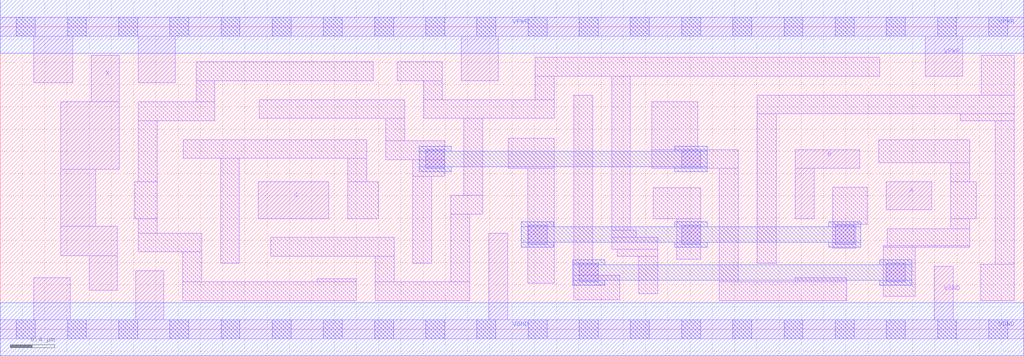
<source format=lef>
# Copyright 2020 The SkyWater PDK Authors
#
# Licensed under the Apache License, Version 2.0 (the "License");
# you may not use this file except in compliance with the License.
# You may obtain a copy of the License at
#
#     https://www.apache.org/licenses/LICENSE-2.0
#
# Unless required by applicable law or agreed to in writing, software
# distributed under the License is distributed on an "AS IS" BASIS,
# WITHOUT WARRANTIES OR CONDITIONS OF ANY KIND, either express or implied.
# See the License for the specific language governing permissions and
# limitations under the License.
#
# SPDX-License-Identifier: Apache-2.0

VERSION 5.7 ;
  NAMESCASESENSITIVE ON ;
  NOWIREEXTENSIONATPIN ON ;
  DIVIDERCHAR "/" ;
  BUSBITCHARS "[]" ;
UNITS
  DATABASE MICRONS 200 ;
END UNITS
MACRO sky130_fd_sc_hd__xor3_2
  CLASS CORE ;
  SOURCE USER ;
  FOREIGN sky130_fd_sc_hd__xor3_2 ;
  ORIGIN  0.000000  0.000000 ;
  SIZE  9.200000 BY  2.720000 ;
  SYMMETRY X Y R90 ;
  SITE unithd ;
  PIN A
    ANTENNAGATEAREA  0.246000 ;
    DIRECTION INPUT ;
    USE SIGNAL ;
    PORT
      LAYER li1 ;
        RECT 7.965000 1.075000 8.375000 1.325000 ;
    END
  END A
  PIN B
    ANTENNAGATEAREA  0.661500 ;
    DIRECTION INPUT ;
    USE SIGNAL ;
    PORT
      LAYER li1 ;
        RECT 7.145000 0.995000 7.315000 1.445000 ;
        RECT 7.145000 1.445000 7.725000 1.615000 ;
    END
  END B
  PIN C
    ANTENNAGATEAREA  0.381000 ;
    DIRECTION INPUT ;
    USE SIGNAL ;
    PORT
      LAYER li1 ;
        RECT 2.320000 0.995000 2.955000 1.325000 ;
    END
  END C
  PIN X
    ANTENNADIFFAREA  0.445500 ;
    DIRECTION OUTPUT ;
    USE SIGNAL ;
    PORT
      LAYER li1 ;
        RECT 0.545000 0.660000 1.050000 0.925000 ;
        RECT 0.545000 0.925000 0.860000 1.440000 ;
        RECT 0.545000 1.440000 1.070000 2.045000 ;
        RECT 0.800000 0.350000 1.050000 0.660000 ;
        RECT 0.820000 2.045000 1.070000 2.465000 ;
    END
  END X
  PIN VGND
    DIRECTION INOUT ;
    SHAPE ABUTMENT ;
    USE GROUND ;
    PORT
      LAYER li1 ;
        RECT 0.000000 -0.085000 9.200000 0.085000 ;
        RECT 0.300000  0.085000 0.630000 0.465000 ;
        RECT 1.220000  0.085000 1.470000 0.525000 ;
        RECT 4.390000  0.085000 4.560000 0.865000 ;
        RECT 8.395000  0.085000 8.565000 0.565000 ;
      LAYER mcon ;
        RECT 0.145000 -0.085000 0.315000 0.085000 ;
        RECT 0.605000 -0.085000 0.775000 0.085000 ;
        RECT 1.065000 -0.085000 1.235000 0.085000 ;
        RECT 1.525000 -0.085000 1.695000 0.085000 ;
        RECT 1.985000 -0.085000 2.155000 0.085000 ;
        RECT 2.445000 -0.085000 2.615000 0.085000 ;
        RECT 2.905000 -0.085000 3.075000 0.085000 ;
        RECT 3.365000 -0.085000 3.535000 0.085000 ;
        RECT 3.825000 -0.085000 3.995000 0.085000 ;
        RECT 4.285000 -0.085000 4.455000 0.085000 ;
        RECT 4.745000 -0.085000 4.915000 0.085000 ;
        RECT 5.205000 -0.085000 5.375000 0.085000 ;
        RECT 5.665000 -0.085000 5.835000 0.085000 ;
        RECT 6.125000 -0.085000 6.295000 0.085000 ;
        RECT 6.585000 -0.085000 6.755000 0.085000 ;
        RECT 7.045000 -0.085000 7.215000 0.085000 ;
        RECT 7.505000 -0.085000 7.675000 0.085000 ;
        RECT 7.965000 -0.085000 8.135000 0.085000 ;
        RECT 8.425000 -0.085000 8.595000 0.085000 ;
        RECT 8.885000 -0.085000 9.055000 0.085000 ;
      LAYER met1 ;
        RECT 0.000000 -0.240000 9.200000 0.240000 ;
    END
  END VGND
  PIN VPWR
    DIRECTION INOUT ;
    SHAPE ABUTMENT ;
    USE POWER ;
    PORT
      LAYER li1 ;
        RECT 0.000000 2.635000 9.200000 2.805000 ;
        RECT 0.300000 2.215000 0.650000 2.635000 ;
        RECT 1.240000 2.215000 1.575000 2.635000 ;
        RECT 4.145000 2.235000 4.475000 2.635000 ;
        RECT 8.315000 2.275000 8.650000 2.635000 ;
      LAYER mcon ;
        RECT 0.145000 2.635000 0.315000 2.805000 ;
        RECT 0.605000 2.635000 0.775000 2.805000 ;
        RECT 1.065000 2.635000 1.235000 2.805000 ;
        RECT 1.525000 2.635000 1.695000 2.805000 ;
        RECT 1.985000 2.635000 2.155000 2.805000 ;
        RECT 2.445000 2.635000 2.615000 2.805000 ;
        RECT 2.905000 2.635000 3.075000 2.805000 ;
        RECT 3.365000 2.635000 3.535000 2.805000 ;
        RECT 3.825000 2.635000 3.995000 2.805000 ;
        RECT 4.285000 2.635000 4.455000 2.805000 ;
        RECT 4.745000 2.635000 4.915000 2.805000 ;
        RECT 5.205000 2.635000 5.375000 2.805000 ;
        RECT 5.665000 2.635000 5.835000 2.805000 ;
        RECT 6.125000 2.635000 6.295000 2.805000 ;
        RECT 6.585000 2.635000 6.755000 2.805000 ;
        RECT 7.045000 2.635000 7.215000 2.805000 ;
        RECT 7.505000 2.635000 7.675000 2.805000 ;
        RECT 7.965000 2.635000 8.135000 2.805000 ;
        RECT 8.425000 2.635000 8.595000 2.805000 ;
        RECT 8.885000 2.635000 9.055000 2.805000 ;
      LAYER met1 ;
        RECT 0.000000 2.480000 9.200000 2.960000 ;
    END
  END VPWR
  OBS
    LAYER li1 ;
      RECT 1.210000 0.995000 1.410000 1.325000 ;
      RECT 1.240000 0.695000 1.810000 0.865000 ;
      RECT 1.240000 0.865000 1.410000 0.995000 ;
      RECT 1.240000 1.325000 1.410000 1.875000 ;
      RECT 1.240000 1.875000 1.930000 2.045000 ;
      RECT 1.640000 0.255000 3.200000 0.425000 ;
      RECT 1.640000 0.425000 1.810000 0.695000 ;
      RECT 1.645000 1.535000 3.295000 1.705000 ;
      RECT 1.760000 2.045000 1.930000 2.235000 ;
      RECT 1.760000 2.235000 3.355000 2.405000 ;
      RECT 1.980000 0.595000 2.150000 1.535000 ;
      RECT 2.330000 1.895000 3.635000 2.065000 ;
      RECT 2.430000 0.655000 3.540000 0.825000 ;
      RECT 2.850000 0.425000 3.200000 0.455000 ;
      RECT 3.125000 0.995000 3.400000 1.325000 ;
      RECT 3.125000 1.325000 3.295000 1.535000 ;
      RECT 3.370000 0.255000 4.220000 0.425000 ;
      RECT 3.370000 0.425000 3.540000 0.655000 ;
      RECT 3.465000 1.525000 3.995000 1.695000 ;
      RECT 3.465000 1.695000 3.635000 1.895000 ;
      RECT 3.570000 2.235000 3.975000 2.405000 ;
      RECT 3.710000 0.595000 3.880000 1.375000 ;
      RECT 3.710000 1.375000 3.995000 1.525000 ;
      RECT 3.805000 1.895000 4.980000 2.065000 ;
      RECT 3.805000 2.065000 3.975000 2.235000 ;
      RECT 4.050000 0.425000 4.220000 1.035000 ;
      RECT 4.050000 1.035000 4.335000 1.205000 ;
      RECT 4.165000 1.205000 4.335000 1.895000 ;
      RECT 4.565000 1.445000 4.980000 1.715000 ;
      RECT 4.740000 0.415000 4.980000 1.445000 ;
      RECT 4.810000 2.065000 4.980000 2.275000 ;
      RECT 4.810000 2.275000 7.905000 2.445000 ;
      RECT 5.155000 0.265000 5.570000 0.485000 ;
      RECT 5.155000 0.485000 5.375000 0.595000 ;
      RECT 5.155000 0.595000 5.325000 2.105000 ;
      RECT 5.495000 0.720000 5.910000 0.825000 ;
      RECT 5.495000 0.825000 5.715000 0.890000 ;
      RECT 5.495000 0.890000 5.665000 2.275000 ;
      RECT 5.545000 0.655000 5.910000 0.720000 ;
      RECT 5.740000 0.320000 5.910000 0.655000 ;
      RECT 5.855000 1.445000 6.635000 1.615000 ;
      RECT 5.855000 1.615000 6.270000 2.045000 ;
      RECT 5.870000 0.995000 6.295000 1.270000 ;
      RECT 6.080000 0.630000 6.295000 0.995000 ;
      RECT 6.465000 0.255000 7.610000 0.425000 ;
      RECT 6.465000 0.425000 6.635000 1.445000 ;
      RECT 6.805000 0.595000 6.975000 1.935000 ;
      RECT 6.805000 1.935000 9.115000 2.105000 ;
      RECT 7.145000 0.425000 7.610000 0.465000 ;
      RECT 7.485000 0.730000 7.690000 0.945000 ;
      RECT 7.485000 0.945000 7.795000 1.275000 ;
      RECT 7.895000 1.495000 8.715000 1.705000 ;
      RECT 7.935000 0.295000 8.225000 0.735000 ;
      RECT 7.935000 0.735000 8.715000 0.750000 ;
      RECT 7.975000 0.750000 8.715000 0.905000 ;
      RECT 8.545000 0.905000 8.715000 0.995000 ;
      RECT 8.545000 0.995000 8.775000 1.325000 ;
      RECT 8.545000 1.325000 8.715000 1.495000 ;
      RECT 8.630000 1.875000 9.115000 1.935000 ;
      RECT 8.815000 0.255000 9.115000 0.585000 ;
      RECT 8.820000 2.105000 9.115000 2.465000 ;
      RECT 8.945000 0.585000 9.115000 1.875000 ;
    LAYER mcon ;
      RECT 3.825000 1.445000 3.995000 1.615000 ;
      RECT 4.745000 0.765000 4.915000 0.935000 ;
      RECT 5.205000 0.425000 5.375000 0.595000 ;
      RECT 6.125000 0.765000 6.295000 0.935000 ;
      RECT 6.125000 1.445000 6.295000 1.615000 ;
      RECT 7.505000 0.765000 7.675000 0.935000 ;
      RECT 7.965000 0.425000 8.135000 0.595000 ;
    LAYER met1 ;
      RECT 3.765000 1.415000 4.055000 1.460000 ;
      RECT 3.765000 1.460000 6.355000 1.600000 ;
      RECT 3.765000 1.600000 4.055000 1.645000 ;
      RECT 4.685000 0.735000 4.975000 0.780000 ;
      RECT 4.685000 0.780000 7.735000 0.920000 ;
      RECT 4.685000 0.920000 4.975000 0.965000 ;
      RECT 5.145000 0.395000 5.435000 0.440000 ;
      RECT 5.145000 0.440000 8.195000 0.580000 ;
      RECT 5.145000 0.580000 5.435000 0.625000 ;
      RECT 6.065000 0.735000 6.355000 0.780000 ;
      RECT 6.065000 0.920000 6.355000 0.965000 ;
      RECT 6.065000 1.415000 6.355000 1.460000 ;
      RECT 6.065000 1.600000 6.355000 1.645000 ;
      RECT 7.445000 0.735000 7.735000 0.780000 ;
      RECT 7.445000 0.920000 7.735000 0.965000 ;
      RECT 7.905000 0.395000 8.195000 0.440000 ;
      RECT 7.905000 0.580000 8.195000 0.625000 ;
  END
END sky130_fd_sc_hd__xor3_2

</source>
